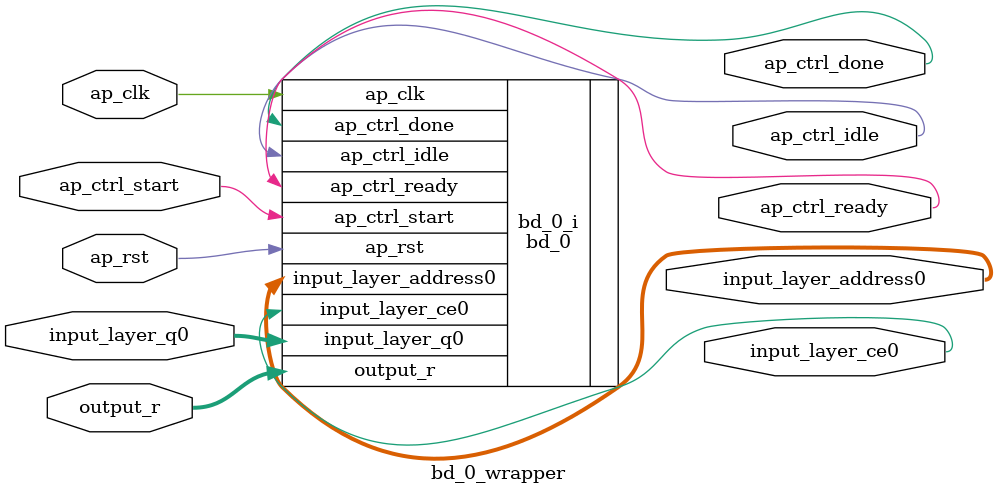
<source format=v>
`timescale 1 ps / 1 ps

module bd_0_wrapper
   (ap_clk,
    ap_ctrl_done,
    ap_ctrl_idle,
    ap_ctrl_ready,
    ap_ctrl_start,
    ap_rst,
    input_layer_address0,
    input_layer_ce0,
    input_layer_q0,
    output_r);
  input ap_clk;
  output ap_ctrl_done;
  output ap_ctrl_idle;
  output ap_ctrl_ready;
  input ap_ctrl_start;
  input ap_rst;
  output [9:0]input_layer_address0;
  output input_layer_ce0;
  input [31:0]input_layer_q0;
  input [31:0]output_r;

  wire ap_clk;
  wire ap_ctrl_done;
  wire ap_ctrl_idle;
  wire ap_ctrl_ready;
  wire ap_ctrl_start;
  wire ap_rst;
  wire [9:0]input_layer_address0;
  wire input_layer_ce0;
  wire [31:0]input_layer_q0;
  wire [31:0]output_r;

  bd_0 bd_0_i
       (.ap_clk(ap_clk),
        .ap_ctrl_done(ap_ctrl_done),
        .ap_ctrl_idle(ap_ctrl_idle),
        .ap_ctrl_ready(ap_ctrl_ready),
        .ap_ctrl_start(ap_ctrl_start),
        .ap_rst(ap_rst),
        .input_layer_address0(input_layer_address0),
        .input_layer_ce0(input_layer_ce0),
        .input_layer_q0(input_layer_q0),
        .output_r(output_r));
endmodule

</source>
